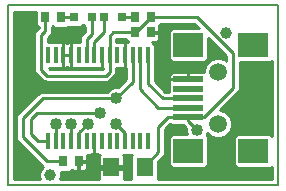
<source format=gtl>
G75*
%MOIN*%
%OFA0B0*%
%FSLAX25Y25*%
%IPPOS*%
%LPD*%
%AMOC8*
5,1,8,0,0,1.08239X$1,22.5*
%
%ADD10C,0.00800*%
%ADD11R,0.02756X0.03543*%
%ADD12R,0.05512X0.06299*%
%ADD13C,0.05943*%
%ADD14R,0.09843X0.01969*%
%ADD15R,0.09843X0.07874*%
%ADD16R,0.01370X0.05500*%
%ADD17R,0.03150X0.03150*%
%ADD18C,0.03937*%
%ADD19C,0.04000*%
%ADD20C,0.01000*%
D10*
X0008114Y0006500D02*
X0008114Y0066500D01*
X0098114Y0066500D01*
X0098114Y0006500D01*
X0008114Y0006500D01*
D11*
X0026555Y0014500D03*
X0031673Y0014500D03*
X0050555Y0057500D03*
X0055673Y0057500D03*
X0055673Y0062500D03*
X0050555Y0062500D03*
X0025673Y0062500D03*
X0020555Y0062500D03*
D12*
X0042602Y0012500D03*
X0053626Y0012500D03*
D13*
X0078114Y0026839D03*
X0078114Y0044161D03*
D14*
X0068272Y0041799D03*
X0068272Y0038650D03*
X0068272Y0035500D03*
X0068272Y0032350D03*
X0068272Y0029201D03*
D15*
X0068272Y0017783D03*
X0089925Y0017783D03*
X0089925Y0053217D03*
X0068272Y0053217D03*
D16*
X0054748Y0049894D03*
X0052189Y0049894D03*
X0049630Y0049894D03*
X0047071Y0049894D03*
X0044512Y0049894D03*
X0041953Y0049894D03*
X0039394Y0049894D03*
X0036835Y0049894D03*
X0034276Y0049894D03*
X0031717Y0049894D03*
X0029157Y0049894D03*
X0026598Y0049894D03*
X0024039Y0049894D03*
X0021480Y0049894D03*
X0021480Y0021106D03*
X0024039Y0021106D03*
X0026598Y0021106D03*
X0029157Y0021106D03*
X0031717Y0021106D03*
X0034276Y0021106D03*
X0036835Y0021106D03*
X0039394Y0021106D03*
X0041953Y0021106D03*
X0044512Y0021106D03*
X0047071Y0021106D03*
X0049630Y0021106D03*
X0052189Y0021106D03*
X0054748Y0021106D03*
D17*
X0046067Y0062500D03*
X0040161Y0062500D03*
X0036067Y0062500D03*
X0030161Y0062500D03*
D18*
X0080914Y0057400D03*
X0022114Y0009900D03*
D19*
X0034614Y0010000D03*
X0034614Y0027000D03*
X0038614Y0030500D03*
X0044114Y0027000D03*
X0044114Y0035500D03*
X0029114Y0027000D03*
X0024114Y0027000D03*
X0020614Y0039500D03*
X0026614Y0056500D03*
X0061614Y0045500D03*
X0071114Y0025000D03*
X0079114Y0016000D03*
D20*
X0083304Y0016478D02*
X0074893Y0016478D01*
X0074893Y0017476D02*
X0083304Y0017476D01*
X0083304Y0018475D02*
X0074893Y0018475D01*
X0074893Y0019473D02*
X0083304Y0019473D01*
X0083304Y0020472D02*
X0074893Y0020472D01*
X0074893Y0021470D02*
X0083304Y0021470D01*
X0083304Y0022425D02*
X0083304Y0013142D01*
X0084300Y0012146D01*
X0095551Y0012146D01*
X0096014Y0012610D01*
X0096014Y0008600D01*
X0058036Y0008600D01*
X0058082Y0008646D01*
X0058082Y0014356D01*
X0059025Y0015300D01*
X0060314Y0016589D01*
X0060314Y0025089D01*
X0062194Y0026969D01*
X0062646Y0026517D01*
X0066486Y0026517D01*
X0067414Y0025589D01*
X0067414Y0024264D01*
X0067764Y0023420D01*
X0062646Y0023420D01*
X0061650Y0022425D01*
X0061650Y0013142D01*
X0062646Y0012146D01*
X0073897Y0012146D01*
X0074893Y0013142D01*
X0074893Y0022425D01*
X0074298Y0023019D01*
X0074600Y0023746D01*
X0075468Y0022878D01*
X0077185Y0022167D01*
X0079043Y0022167D01*
X0080760Y0022878D01*
X0082075Y0024192D01*
X0082786Y0025909D01*
X0082786Y0027768D01*
X0082075Y0029485D01*
X0080760Y0030799D01*
X0079043Y0031510D01*
X0078736Y0031510D01*
X0084025Y0036800D01*
X0085314Y0038089D01*
X0085314Y0047580D01*
X0095551Y0047580D01*
X0096014Y0048043D01*
X0096014Y0022957D01*
X0095551Y0023420D01*
X0084300Y0023420D01*
X0083304Y0022425D01*
X0083348Y0022469D02*
X0079772Y0022469D01*
X0081350Y0023467D02*
X0096014Y0023467D01*
X0096014Y0024466D02*
X0082188Y0024466D01*
X0082601Y0025464D02*
X0096014Y0025464D01*
X0096014Y0026463D02*
X0082786Y0026463D01*
X0082786Y0027461D02*
X0096014Y0027461D01*
X0096014Y0028460D02*
X0082499Y0028460D01*
X0082086Y0029458D02*
X0096014Y0029458D01*
X0096014Y0030457D02*
X0081103Y0030457D01*
X0079176Y0031455D02*
X0096014Y0031455D01*
X0096014Y0032454D02*
X0079679Y0032454D01*
X0080678Y0033452D02*
X0096014Y0033452D01*
X0096014Y0034451D02*
X0081676Y0034451D01*
X0082675Y0035449D02*
X0096014Y0035449D01*
X0096014Y0036448D02*
X0083673Y0036448D01*
X0084672Y0037446D02*
X0096014Y0037446D01*
X0096014Y0038445D02*
X0085314Y0038445D01*
X0085314Y0039443D02*
X0096014Y0039443D01*
X0096014Y0040442D02*
X0085314Y0040442D01*
X0085314Y0041440D02*
X0096014Y0041440D01*
X0096014Y0042439D02*
X0085314Y0042439D01*
X0085314Y0043437D02*
X0096014Y0043437D01*
X0096014Y0044436D02*
X0085314Y0044436D01*
X0085314Y0045434D02*
X0096014Y0045434D01*
X0096014Y0046433D02*
X0085314Y0046433D01*
X0085314Y0047432D02*
X0096014Y0047432D01*
X0083114Y0050500D02*
X0083114Y0039000D01*
X0073315Y0029201D01*
X0068272Y0029201D01*
X0061315Y0029201D01*
X0058114Y0026000D01*
X0058114Y0017500D01*
X0053626Y0013012D01*
X0053626Y0012500D01*
X0058082Y0012484D02*
X0062309Y0012484D01*
X0061650Y0013482D02*
X0058082Y0013482D01*
X0058206Y0014481D02*
X0061650Y0014481D01*
X0061650Y0015479D02*
X0059205Y0015479D01*
X0060203Y0016478D02*
X0061650Y0016478D01*
X0061650Y0017476D02*
X0060314Y0017476D01*
X0060314Y0018475D02*
X0061650Y0018475D01*
X0061650Y0019473D02*
X0060314Y0019473D01*
X0060314Y0020472D02*
X0061650Y0020472D01*
X0061650Y0021470D02*
X0060314Y0021470D01*
X0060314Y0022469D02*
X0061695Y0022469D01*
X0060314Y0023467D02*
X0067744Y0023467D01*
X0067414Y0024466D02*
X0060314Y0024466D01*
X0060690Y0025464D02*
X0067414Y0025464D01*
X0066540Y0026463D02*
X0061688Y0026463D01*
X0068272Y0027843D02*
X0071114Y0025000D01*
X0074484Y0023467D02*
X0074879Y0023467D01*
X0074849Y0022469D02*
X0076456Y0022469D01*
X0068272Y0027843D02*
X0068272Y0029201D01*
X0068272Y0032350D02*
X0058264Y0032350D01*
X0052189Y0038425D01*
X0052189Y0049894D01*
X0049630Y0049894D02*
X0049630Y0041016D01*
X0044114Y0035500D01*
X0019614Y0035500D01*
X0013114Y0029000D01*
X0013114Y0022500D01*
X0021114Y0014500D01*
X0026555Y0014500D01*
X0029256Y0011647D02*
X0029374Y0011528D01*
X0029716Y0011331D01*
X0030098Y0011228D01*
X0031484Y0011228D01*
X0031484Y0014311D01*
X0031862Y0014311D01*
X0031862Y0011228D01*
X0033249Y0011228D01*
X0033630Y0011331D01*
X0033972Y0011528D01*
X0034251Y0011807D01*
X0034449Y0012149D01*
X0034551Y0012531D01*
X0034551Y0014311D01*
X0031862Y0014311D01*
X0031862Y0014689D01*
X0034551Y0014689D01*
X0034551Y0016469D01*
X0034501Y0016656D01*
X0035665Y0016656D01*
X0035883Y0016875D01*
X0035952Y0016856D01*
X0036835Y0016856D01*
X0037717Y0016856D01*
X0037786Y0016875D01*
X0038004Y0016656D01*
X0038732Y0016656D01*
X0038646Y0016571D01*
X0038449Y0016229D01*
X0038346Y0015847D01*
X0038346Y0013000D01*
X0042102Y0013000D01*
X0042102Y0012000D01*
X0038346Y0012000D01*
X0038346Y0009153D01*
X0038449Y0008771D01*
X0038548Y0008600D01*
X0025546Y0008600D01*
X0025783Y0009170D01*
X0025783Y0010630D01*
X0025618Y0011028D01*
X0028637Y0011028D01*
X0029256Y0011647D01*
X0029094Y0011485D02*
X0029449Y0011485D01*
X0031484Y0011485D02*
X0031862Y0011485D01*
X0033898Y0011485D02*
X0038346Y0011485D01*
X0038346Y0010487D02*
X0025783Y0010487D01*
X0025783Y0009488D02*
X0038346Y0009488D01*
X0043102Y0012000D02*
X0043102Y0013000D01*
X0046858Y0013000D01*
X0046858Y0015847D01*
X0046756Y0016229D01*
X0046559Y0016571D01*
X0046473Y0016656D01*
X0049473Y0016656D01*
X0049170Y0016354D01*
X0049170Y0008646D01*
X0049216Y0008600D01*
X0046657Y0008600D01*
X0046756Y0008771D01*
X0046858Y0009153D01*
X0046858Y0012000D01*
X0043102Y0012000D01*
X0043102Y0012484D02*
X0049170Y0012484D01*
X0049170Y0013482D02*
X0046858Y0013482D01*
X0046858Y0014481D02*
X0049170Y0014481D01*
X0049170Y0015479D02*
X0046858Y0015479D01*
X0046612Y0016478D02*
X0049294Y0016478D01*
X0047071Y0021106D02*
X0047071Y0024043D01*
X0044114Y0027000D01*
X0038614Y0030500D02*
X0017614Y0030500D01*
X0015614Y0028500D01*
X0015614Y0023500D01*
X0018008Y0021106D01*
X0021480Y0021106D01*
X0024039Y0021106D02*
X0024114Y0021181D01*
X0024114Y0027000D01*
X0029114Y0027000D02*
X0029114Y0021150D01*
X0029157Y0021106D01*
X0031717Y0021106D02*
X0031717Y0024102D01*
X0034614Y0027000D01*
X0036835Y0021106D02*
X0036835Y0021106D01*
X0036835Y0016856D01*
X0036835Y0021106D01*
X0036835Y0020472D02*
X0036835Y0020472D01*
X0036835Y0019473D02*
X0036835Y0019473D01*
X0036835Y0018475D02*
X0036835Y0018475D01*
X0036835Y0017476D02*
X0036835Y0017476D01*
X0038593Y0016478D02*
X0034549Y0016478D01*
X0034551Y0015479D02*
X0038346Y0015479D01*
X0038346Y0014481D02*
X0031862Y0014481D01*
X0031862Y0013482D02*
X0031484Y0013482D01*
X0031484Y0012484D02*
X0031862Y0012484D01*
X0034539Y0012484D02*
X0042102Y0012484D01*
X0038346Y0013482D02*
X0034551Y0013482D01*
X0046858Y0011485D02*
X0049170Y0011485D01*
X0049170Y0010487D02*
X0046858Y0010487D01*
X0046858Y0009488D02*
X0049170Y0009488D01*
X0058082Y0009488D02*
X0096014Y0009488D01*
X0096014Y0010487D02*
X0058082Y0010487D01*
X0058082Y0011485D02*
X0096014Y0011485D01*
X0096014Y0012484D02*
X0095888Y0012484D01*
X0083963Y0012484D02*
X0074234Y0012484D01*
X0074893Y0013482D02*
X0083304Y0013482D01*
X0083304Y0014481D02*
X0074893Y0014481D01*
X0074893Y0015479D02*
X0083304Y0015479D01*
X0068272Y0035500D02*
X0059614Y0035500D01*
X0054748Y0040366D01*
X0054748Y0049894D01*
X0057133Y0049429D02*
X0061650Y0049429D01*
X0061650Y0048575D02*
X0062646Y0047580D01*
X0073897Y0047580D01*
X0074893Y0048575D01*
X0074893Y0055610D01*
X0080914Y0049589D01*
X0080914Y0047968D01*
X0080760Y0048122D01*
X0079043Y0048833D01*
X0077185Y0048833D01*
X0075468Y0048122D01*
X0074154Y0046808D01*
X0073443Y0045091D01*
X0073443Y0044269D01*
X0073390Y0044283D01*
X0068272Y0044283D01*
X0068272Y0041799D01*
X0068272Y0041799D01*
X0061850Y0041799D01*
X0061850Y0040617D01*
X0061867Y0040555D01*
X0061650Y0040338D01*
X0061650Y0037700D01*
X0060525Y0037700D01*
X0056948Y0041277D01*
X0056948Y0046254D01*
X0057133Y0046440D01*
X0057133Y0053348D01*
X0056253Y0054228D01*
X0057249Y0054228D01*
X0057630Y0054331D01*
X0057972Y0054528D01*
X0058251Y0054807D01*
X0058449Y0055149D01*
X0058551Y0055531D01*
X0058551Y0057311D01*
X0055862Y0057311D01*
X0055862Y0057689D01*
X0058551Y0057689D01*
X0058551Y0059469D01*
X0058476Y0059749D01*
X0058751Y0060024D01*
X0058751Y0060300D01*
X0070203Y0060300D01*
X0071649Y0058854D01*
X0062646Y0058854D01*
X0061650Y0057858D01*
X0061650Y0048575D01*
X0061796Y0048430D02*
X0057133Y0048430D01*
X0057133Y0047432D02*
X0074778Y0047432D01*
X0074748Y0048430D02*
X0076212Y0048430D01*
X0074893Y0049429D02*
X0080914Y0049429D01*
X0080076Y0050427D02*
X0074893Y0050427D01*
X0074893Y0051426D02*
X0079077Y0051426D01*
X0078079Y0052424D02*
X0074893Y0052424D01*
X0074893Y0053423D02*
X0077080Y0053423D01*
X0076082Y0054421D02*
X0074893Y0054421D01*
X0074893Y0055420D02*
X0075083Y0055420D01*
X0071089Y0059414D02*
X0058551Y0059414D01*
X0058551Y0058415D02*
X0062208Y0058415D01*
X0061650Y0057417D02*
X0055862Y0057417D01*
X0058551Y0056418D02*
X0061650Y0056418D01*
X0061650Y0055420D02*
X0058521Y0055420D01*
X0057787Y0054421D02*
X0061650Y0054421D01*
X0061650Y0053423D02*
X0057058Y0053423D01*
X0057133Y0052424D02*
X0061650Y0052424D01*
X0061650Y0051426D02*
X0057133Y0051426D01*
X0057133Y0050427D02*
X0061650Y0050427D01*
X0057127Y0046433D02*
X0073999Y0046433D01*
X0073585Y0045434D02*
X0056948Y0045434D01*
X0056948Y0044436D02*
X0073443Y0044436D01*
X0068272Y0044283D02*
X0068272Y0041799D01*
X0068272Y0041799D01*
X0061850Y0041799D01*
X0061850Y0042981D01*
X0061953Y0043362D01*
X0062150Y0043704D01*
X0062429Y0043984D01*
X0062771Y0044181D01*
X0063153Y0044283D01*
X0068272Y0044283D01*
X0068272Y0043437D02*
X0068272Y0043437D01*
X0068272Y0042439D02*
X0068272Y0042439D01*
X0061996Y0043437D02*
X0056948Y0043437D01*
X0056948Y0042439D02*
X0061850Y0042439D01*
X0061850Y0041440D02*
X0056948Y0041440D01*
X0057783Y0040442D02*
X0061754Y0040442D01*
X0061650Y0039443D02*
X0058782Y0039443D01*
X0059781Y0038445D02*
X0061650Y0038445D01*
X0047430Y0041927D02*
X0044703Y0039200D01*
X0043378Y0039200D01*
X0042018Y0038637D01*
X0041082Y0037700D01*
X0018703Y0037700D01*
X0010914Y0029911D01*
X0010914Y0021589D01*
X0018914Y0013589D01*
X0019765Y0012738D01*
X0019004Y0011978D01*
X0018446Y0010630D01*
X0018446Y0009170D01*
X0018682Y0008600D01*
X0010214Y0008600D01*
X0010214Y0064400D01*
X0017477Y0064400D01*
X0017477Y0060024D01*
X0018355Y0059146D01*
X0018355Y0058852D01*
X0016914Y0057411D01*
X0016914Y0044089D01*
X0020203Y0040800D01*
X0041525Y0040800D01*
X0042814Y0042089D01*
X0044153Y0043427D01*
X0044153Y0045444D01*
X0045901Y0045444D01*
X0046119Y0045662D01*
X0046188Y0045644D01*
X0047071Y0045644D01*
X0047430Y0045644D01*
X0047430Y0041927D01*
X0047430Y0042439D02*
X0043164Y0042439D01*
X0044153Y0043437D02*
X0047430Y0043437D01*
X0047430Y0044436D02*
X0044153Y0044436D01*
X0044153Y0045434D02*
X0047430Y0045434D01*
X0047071Y0045644D02*
X0047071Y0049894D01*
X0047071Y0049894D01*
X0047071Y0054144D01*
X0047953Y0054144D01*
X0048022Y0054125D01*
X0048199Y0054302D01*
X0047477Y0055024D01*
X0047477Y0055300D01*
X0044153Y0055300D01*
X0044153Y0054344D01*
X0045901Y0054344D01*
X0046119Y0054125D01*
X0046188Y0054144D01*
X0047071Y0054144D01*
X0047071Y0049894D01*
X0047071Y0049894D01*
X0047071Y0045644D01*
X0047071Y0046433D02*
X0047071Y0046433D01*
X0047071Y0047432D02*
X0047071Y0047432D01*
X0047071Y0048430D02*
X0047071Y0048430D01*
X0047071Y0049429D02*
X0047071Y0049429D01*
X0047071Y0050427D02*
X0047071Y0050427D01*
X0047071Y0051426D02*
X0047071Y0051426D01*
X0047071Y0052424D02*
X0047071Y0052424D01*
X0047071Y0053423D02*
X0047071Y0053423D01*
X0048080Y0054421D02*
X0044153Y0054421D01*
X0041953Y0056339D02*
X0043114Y0057500D01*
X0050555Y0057500D01*
X0050614Y0057500D01*
X0055614Y0062500D01*
X0055673Y0062500D01*
X0071114Y0062500D01*
X0083114Y0050500D01*
X0080914Y0048430D02*
X0080016Y0048430D01*
X0050555Y0062500D02*
X0046067Y0062500D01*
X0040161Y0062500D02*
X0040161Y0057547D01*
X0036835Y0054220D01*
X0036835Y0049894D01*
X0034276Y0049894D02*
X0034276Y0055161D01*
X0036067Y0056953D01*
X0036067Y0062500D01*
X0033114Y0059899D02*
X0033788Y0059225D01*
X0033867Y0059225D01*
X0033867Y0057864D01*
X0032076Y0056073D01*
X0032076Y0054344D01*
X0030327Y0054344D01*
X0030109Y0054125D01*
X0030040Y0054144D01*
X0029158Y0054144D01*
X0029158Y0049894D01*
X0029157Y0049894D01*
X0029157Y0049894D01*
X0026599Y0049894D01*
X0026599Y0049894D01*
X0026598Y0049894D02*
X0026598Y0049894D01*
X0026598Y0054144D01*
X0025716Y0054144D01*
X0025647Y0054125D01*
X0025429Y0054344D01*
X0021314Y0054344D01*
X0021314Y0055589D01*
X0022755Y0057030D01*
X0022755Y0059146D01*
X0023114Y0059505D01*
X0023591Y0059028D01*
X0027755Y0059028D01*
X0027952Y0059225D01*
X0032440Y0059225D01*
X0033114Y0059899D01*
X0032629Y0059414D02*
X0033599Y0059414D01*
X0033867Y0058415D02*
X0022755Y0058415D01*
X0023023Y0059414D02*
X0023206Y0059414D01*
X0020555Y0057941D02*
X0019114Y0056500D01*
X0019114Y0045000D01*
X0021114Y0043000D01*
X0040614Y0043000D01*
X0041953Y0044339D01*
X0041953Y0049894D01*
X0041953Y0056339D01*
X0033420Y0057417D02*
X0022755Y0057417D01*
X0022144Y0056418D02*
X0032421Y0056418D01*
X0032076Y0055420D02*
X0021314Y0055420D01*
X0021314Y0054421D02*
X0032076Y0054421D01*
X0029157Y0054144D02*
X0028275Y0054144D01*
X0027893Y0054041D01*
X0027878Y0054033D01*
X0027862Y0054041D01*
X0027481Y0054144D01*
X0026598Y0054144D01*
X0026598Y0049894D01*
X0026598Y0049894D01*
X0026598Y0045644D01*
X0025716Y0045644D01*
X0025647Y0045662D01*
X0025429Y0045444D01*
X0022650Y0045444D01*
X0021782Y0045444D01*
X0022025Y0045200D01*
X0039703Y0045200D01*
X0039753Y0045250D01*
X0039753Y0045644D01*
X0039394Y0045644D01*
X0039394Y0049894D01*
X0039394Y0049894D01*
X0039394Y0045644D01*
X0038511Y0045644D01*
X0038442Y0045662D01*
X0038224Y0045444D01*
X0030327Y0045444D01*
X0030109Y0045662D01*
X0030040Y0045644D01*
X0029158Y0045644D01*
X0029158Y0049894D01*
X0029157Y0049894D02*
X0029157Y0054144D01*
X0029157Y0053423D02*
X0029158Y0053423D01*
X0029157Y0052424D02*
X0029158Y0052424D01*
X0029157Y0051426D02*
X0029158Y0051426D01*
X0029157Y0050427D02*
X0029158Y0050427D01*
X0029157Y0049894D02*
X0026972Y0049894D01*
X0026599Y0049894D01*
X0026598Y0049894D02*
X0026598Y0045644D01*
X0027481Y0045644D01*
X0027862Y0045746D01*
X0027878Y0045755D01*
X0027893Y0045746D01*
X0028275Y0045644D01*
X0029157Y0045644D01*
X0029157Y0049894D01*
X0029158Y0049894D01*
X0029157Y0049429D02*
X0029158Y0049429D01*
X0029157Y0048430D02*
X0029158Y0048430D01*
X0029157Y0047432D02*
X0029158Y0047432D01*
X0029157Y0046433D02*
X0029158Y0046433D01*
X0026598Y0046433D02*
X0026598Y0046433D01*
X0026598Y0047432D02*
X0026598Y0047432D01*
X0026598Y0048430D02*
X0026598Y0048430D01*
X0026598Y0049429D02*
X0026598Y0049429D01*
X0026598Y0050427D02*
X0026598Y0050427D01*
X0026598Y0051426D02*
X0026598Y0051426D01*
X0026598Y0052424D02*
X0026598Y0052424D01*
X0026598Y0053423D02*
X0026598Y0053423D01*
X0020555Y0057941D02*
X0020555Y0062500D01*
X0017477Y0062409D02*
X0010214Y0062409D01*
X0010214Y0063408D02*
X0017477Y0063408D01*
X0017477Y0061411D02*
X0010214Y0061411D01*
X0010214Y0060412D02*
X0017477Y0060412D01*
X0018088Y0059414D02*
X0010214Y0059414D01*
X0010214Y0058415D02*
X0017918Y0058415D01*
X0016920Y0057417D02*
X0010214Y0057417D01*
X0010214Y0056418D02*
X0016914Y0056418D01*
X0016914Y0055420D02*
X0010214Y0055420D01*
X0010214Y0054421D02*
X0016914Y0054421D01*
X0016914Y0053423D02*
X0010214Y0053423D01*
X0010214Y0052424D02*
X0016914Y0052424D01*
X0016914Y0051426D02*
X0010214Y0051426D01*
X0010214Y0050427D02*
X0016914Y0050427D01*
X0016914Y0049429D02*
X0010214Y0049429D01*
X0010214Y0048430D02*
X0016914Y0048430D01*
X0016914Y0047432D02*
X0010214Y0047432D01*
X0010214Y0046433D02*
X0016914Y0046433D01*
X0016914Y0045434D02*
X0010214Y0045434D01*
X0010214Y0044436D02*
X0016914Y0044436D01*
X0017565Y0043437D02*
X0010214Y0043437D01*
X0010214Y0042439D02*
X0018564Y0042439D01*
X0019562Y0041440D02*
X0010214Y0041440D01*
X0010214Y0040442D02*
X0045945Y0040442D01*
X0046943Y0041440D02*
X0042166Y0041440D01*
X0044946Y0039443D02*
X0010214Y0039443D01*
X0010214Y0038445D02*
X0041827Y0038445D01*
X0039753Y0045434D02*
X0021791Y0045434D01*
X0018449Y0037446D02*
X0010214Y0037446D01*
X0010214Y0036448D02*
X0017451Y0036448D01*
X0016452Y0035449D02*
X0010214Y0035449D01*
X0010214Y0034451D02*
X0015454Y0034451D01*
X0014455Y0033452D02*
X0010214Y0033452D01*
X0010214Y0032454D02*
X0013457Y0032454D01*
X0012458Y0031455D02*
X0010214Y0031455D01*
X0010214Y0030457D02*
X0011460Y0030457D01*
X0010914Y0029458D02*
X0010214Y0029458D01*
X0010214Y0028460D02*
X0010914Y0028460D01*
X0010914Y0027461D02*
X0010214Y0027461D01*
X0010214Y0026463D02*
X0010914Y0026463D01*
X0010914Y0025464D02*
X0010214Y0025464D01*
X0010214Y0024466D02*
X0010914Y0024466D01*
X0010914Y0023467D02*
X0010214Y0023467D01*
X0010214Y0022469D02*
X0010914Y0022469D01*
X0011033Y0021470D02*
X0010214Y0021470D01*
X0010214Y0020472D02*
X0012031Y0020472D01*
X0013030Y0019473D02*
X0010214Y0019473D01*
X0010214Y0018475D02*
X0014028Y0018475D01*
X0015027Y0017476D02*
X0010214Y0017476D01*
X0010214Y0016478D02*
X0016025Y0016478D01*
X0017024Y0015479D02*
X0010214Y0015479D01*
X0010214Y0014481D02*
X0018022Y0014481D01*
X0019021Y0013482D02*
X0010214Y0013482D01*
X0010214Y0012484D02*
X0019510Y0012484D01*
X0018800Y0011485D02*
X0010214Y0011485D01*
X0010214Y0010487D02*
X0018446Y0010487D01*
X0018446Y0009488D02*
X0010214Y0009488D01*
X0039394Y0046433D02*
X0039394Y0046433D01*
X0039394Y0047432D02*
X0039394Y0047432D01*
X0039394Y0048430D02*
X0039394Y0048430D01*
X0039394Y0049429D02*
X0039394Y0049429D01*
X0030161Y0062500D02*
X0025673Y0062500D01*
M02*

</source>
